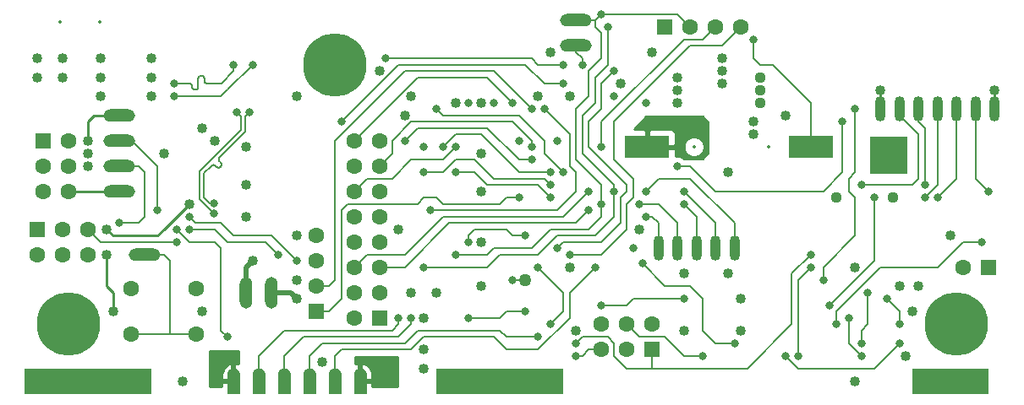
<source format=gbl>
G04 #@! TF.GenerationSoftware,KiCad,Pcbnew,5.0.0-fee4fd1~65~ubuntu17.10.1*
G04 #@! TF.CreationDate,2018-11-08T19:54:44-05:00*
G04 #@! TF.ProjectId,motherboard,6D6F74686572626F6172642E6B696361,rev?*
G04 #@! TF.SameCoordinates,Original*
G04 #@! TF.FileFunction,Copper,L4,Bot,Signal*
G04 #@! TF.FilePolarity,Positive*
%FSLAX46Y46*%
G04 Gerber Fmt 4.6, Leading zero omitted, Abs format (unit mm)*
G04 Created by KiCad (PCBNEW 5.0.0-fee4fd1~65~ubuntu17.10.1) date Thu Nov  8 19:54:44 2018*
%MOMM*%
%LPD*%
G01*
G04 APERTURE LIST*
G04 #@! TA.AperFunction,ComponentPad*
%ADD10R,3.700000X3.700000*%
G04 #@! TD*
G04 #@! TA.AperFunction,SMDPad,CuDef*
%ADD11C,1.270000*%
G04 #@! TD*
G04 #@! TA.AperFunction,Conductor*
%ADD12C,0.350000*%
G04 #@! TD*
G04 #@! TA.AperFunction,ComponentPad*
%ADD13C,1.600000*%
G04 #@! TD*
G04 #@! TA.AperFunction,SMDPad,CuDef*
%ADD14O,3.175000X1.270000*%
G04 #@! TD*
G04 #@! TA.AperFunction,ComponentPad*
%ADD15R,1.600000X1.600000*%
G04 #@! TD*
G04 #@! TA.AperFunction,ComponentPad*
%ADD16C,6.350000*%
G04 #@! TD*
G04 #@! TA.AperFunction,ViaPad*
%ADD17C,1.016000*%
G04 #@! TD*
G04 #@! TA.AperFunction,SMDPad,CuDef*
%ADD18R,7.620000X2.540000*%
G04 #@! TD*
G04 #@! TA.AperFunction,SMDPad,CuDef*
%ADD19R,12.700000X2.540000*%
G04 #@! TD*
G04 #@! TA.AperFunction,SMDPad,CuDef*
%ADD20O,1.016000X2.540000*%
G04 #@! TD*
G04 #@! TA.AperFunction,SMDPad,CuDef*
%ADD21O,1.270000X3.175000*%
G04 #@! TD*
G04 #@! TA.AperFunction,BGAPad,CuDef*
%ADD22C,1.270000*%
G04 #@! TD*
G04 #@! TA.AperFunction,SMDPad,CuDef*
%ADD23R,4.500000X2.300000*%
G04 #@! TD*
G04 #@! TA.AperFunction,ViaPad*
%ADD24C,0.812800*%
G04 #@! TD*
G04 #@! TA.AperFunction,ViaPad*
%ADD25C,1.117600*%
G04 #@! TD*
G04 #@! TA.AperFunction,Conductor*
%ADD26C,0.508000*%
G04 #@! TD*
G04 #@! TA.AperFunction,Conductor*
%ADD27C,0.254000*%
G04 #@! TD*
G04 #@! TA.AperFunction,Conductor*
%ADD28C,0.203200*%
G04 #@! TD*
%ADD29C,0.350000*%
G04 APERTURE END LIST*
D10*
G04 #@! TO.P,U4,29*
G04 #@! TO.N,GND*
X195097400Y-99898200D03*
G04 #@! TD*
D11*
G04 #@! TO.P,J8,6*
G04 #@! TO.N,GND*
X142240000Y-121920000D03*
D12*
G04 #@! TD*
G04 #@! TO.N,GND*
G04 #@! TO.C,J8*
G36*
X141605000Y-121920000D02*
X141605765Y-121920000D01*
X141605765Y-121888842D01*
X141611873Y-121826826D01*
X141624030Y-121765708D01*
X141642120Y-121706075D01*
X141665967Y-121648503D01*
X141695342Y-121593545D01*
X141729963Y-121541731D01*
X141769496Y-121493560D01*
X141813560Y-121449496D01*
X141861731Y-121409963D01*
X141913545Y-121375342D01*
X141968503Y-121345967D01*
X142026075Y-121322120D01*
X142085708Y-121304030D01*
X142146826Y-121291873D01*
X142208842Y-121285765D01*
X142271158Y-121285765D01*
X142333174Y-121291873D01*
X142394292Y-121304030D01*
X142453925Y-121322120D01*
X142511497Y-121345967D01*
X142566455Y-121375342D01*
X142618269Y-121409963D01*
X142666440Y-121449496D01*
X142710504Y-121493560D01*
X142750037Y-121541731D01*
X142784658Y-121593545D01*
X142814033Y-121648503D01*
X142837880Y-121706075D01*
X142855970Y-121765708D01*
X142868127Y-121826826D01*
X142874235Y-121888842D01*
X142874235Y-121920000D01*
X142875000Y-121920000D01*
X142875000Y-123825000D01*
X141605000Y-123825000D01*
X141605000Y-121920000D01*
X141605000Y-121920000D01*
G37*
D11*
G04 #@! TO.P,J8,1*
G04 #@! TO.N,+5V*
X129540000Y-121920000D03*
D12*
G04 #@! TD*
G04 #@! TO.N,+5V*
G04 #@! TO.C,J8*
G36*
X128905000Y-121920000D02*
X128905765Y-121920000D01*
X128905765Y-121888842D01*
X128911873Y-121826826D01*
X128924030Y-121765708D01*
X128942120Y-121706075D01*
X128965967Y-121648503D01*
X128995342Y-121593545D01*
X129029963Y-121541731D01*
X129069496Y-121493560D01*
X129113560Y-121449496D01*
X129161731Y-121409963D01*
X129213545Y-121375342D01*
X129268503Y-121345967D01*
X129326075Y-121322120D01*
X129385708Y-121304030D01*
X129446826Y-121291873D01*
X129508842Y-121285765D01*
X129571158Y-121285765D01*
X129633174Y-121291873D01*
X129694292Y-121304030D01*
X129753925Y-121322120D01*
X129811497Y-121345967D01*
X129866455Y-121375342D01*
X129918269Y-121409963D01*
X129966440Y-121449496D01*
X130010504Y-121493560D01*
X130050037Y-121541731D01*
X130084658Y-121593545D01*
X130114033Y-121648503D01*
X130137880Y-121706075D01*
X130155970Y-121765708D01*
X130168127Y-121826826D01*
X130174235Y-121888842D01*
X130174235Y-121920000D01*
X130175000Y-121920000D01*
X130175000Y-123825000D01*
X128905000Y-123825000D01*
X128905000Y-121920000D01*
X128905000Y-121920000D01*
G37*
D11*
G04 #@! TO.P,J8,2*
G04 #@! TO.N,/SDA*
X132080000Y-121920000D03*
D12*
G04 #@! TD*
G04 #@! TO.N,/SDA*
G04 #@! TO.C,J8*
G36*
X131445000Y-121920000D02*
X131445765Y-121920000D01*
X131445765Y-121888842D01*
X131451873Y-121826826D01*
X131464030Y-121765708D01*
X131482120Y-121706075D01*
X131505967Y-121648503D01*
X131535342Y-121593545D01*
X131569963Y-121541731D01*
X131609496Y-121493560D01*
X131653560Y-121449496D01*
X131701731Y-121409963D01*
X131753545Y-121375342D01*
X131808503Y-121345967D01*
X131866075Y-121322120D01*
X131925708Y-121304030D01*
X131986826Y-121291873D01*
X132048842Y-121285765D01*
X132111158Y-121285765D01*
X132173174Y-121291873D01*
X132234292Y-121304030D01*
X132293925Y-121322120D01*
X132351497Y-121345967D01*
X132406455Y-121375342D01*
X132458269Y-121409963D01*
X132506440Y-121449496D01*
X132550504Y-121493560D01*
X132590037Y-121541731D01*
X132624658Y-121593545D01*
X132654033Y-121648503D01*
X132677880Y-121706075D01*
X132695970Y-121765708D01*
X132708127Y-121826826D01*
X132714235Y-121888842D01*
X132714235Y-121920000D01*
X132715000Y-121920000D01*
X132715000Y-123825000D01*
X131445000Y-123825000D01*
X131445000Y-121920000D01*
X131445000Y-121920000D01*
G37*
D11*
G04 #@! TO.P,J8,3*
G04 #@! TO.N,/SCL*
X134620000Y-121920000D03*
D12*
G04 #@! TD*
G04 #@! TO.N,/SCL*
G04 #@! TO.C,J8*
G36*
X133985000Y-121920000D02*
X133985765Y-121920000D01*
X133985765Y-121888842D01*
X133991873Y-121826826D01*
X134004030Y-121765708D01*
X134022120Y-121706075D01*
X134045967Y-121648503D01*
X134075342Y-121593545D01*
X134109963Y-121541731D01*
X134149496Y-121493560D01*
X134193560Y-121449496D01*
X134241731Y-121409963D01*
X134293545Y-121375342D01*
X134348503Y-121345967D01*
X134406075Y-121322120D01*
X134465708Y-121304030D01*
X134526826Y-121291873D01*
X134588842Y-121285765D01*
X134651158Y-121285765D01*
X134713174Y-121291873D01*
X134774292Y-121304030D01*
X134833925Y-121322120D01*
X134891497Y-121345967D01*
X134946455Y-121375342D01*
X134998269Y-121409963D01*
X135046440Y-121449496D01*
X135090504Y-121493560D01*
X135130037Y-121541731D01*
X135164658Y-121593545D01*
X135194033Y-121648503D01*
X135217880Y-121706075D01*
X135235970Y-121765708D01*
X135248127Y-121826826D01*
X135254235Y-121888842D01*
X135254235Y-121920000D01*
X135255000Y-121920000D01*
X135255000Y-123825000D01*
X133985000Y-123825000D01*
X133985000Y-121920000D01*
X133985000Y-121920000D01*
G37*
D11*
G04 #@! TO.P,J8,4*
G04 #@! TO.N,/OLRST*
X137160000Y-121920000D03*
D12*
G04 #@! TD*
G04 #@! TO.N,/OLRST*
G04 #@! TO.C,J8*
G36*
X136525000Y-121920000D02*
X136525765Y-121920000D01*
X136525765Y-121888842D01*
X136531873Y-121826826D01*
X136544030Y-121765708D01*
X136562120Y-121706075D01*
X136585967Y-121648503D01*
X136615342Y-121593545D01*
X136649963Y-121541731D01*
X136689496Y-121493560D01*
X136733560Y-121449496D01*
X136781731Y-121409963D01*
X136833545Y-121375342D01*
X136888503Y-121345967D01*
X136946075Y-121322120D01*
X137005708Y-121304030D01*
X137066826Y-121291873D01*
X137128842Y-121285765D01*
X137191158Y-121285765D01*
X137253174Y-121291873D01*
X137314292Y-121304030D01*
X137373925Y-121322120D01*
X137431497Y-121345967D01*
X137486455Y-121375342D01*
X137538269Y-121409963D01*
X137586440Y-121449496D01*
X137630504Y-121493560D01*
X137670037Y-121541731D01*
X137704658Y-121593545D01*
X137734033Y-121648503D01*
X137757880Y-121706075D01*
X137775970Y-121765708D01*
X137788127Y-121826826D01*
X137794235Y-121888842D01*
X137794235Y-121920000D01*
X137795000Y-121920000D01*
X137795000Y-123825000D01*
X136525000Y-123825000D01*
X136525000Y-121920000D01*
X136525000Y-121920000D01*
G37*
D11*
G04 #@! TO.P,J8,5*
G04 #@! TO.N,/ALS_INT*
X139700000Y-121920000D03*
D12*
G04 #@! TD*
G04 #@! TO.N,/ALS_INT*
G04 #@! TO.C,J8*
G36*
X139065000Y-121920000D02*
X139065765Y-121920000D01*
X139065765Y-121888842D01*
X139071873Y-121826826D01*
X139084030Y-121765708D01*
X139102120Y-121706075D01*
X139125967Y-121648503D01*
X139155342Y-121593545D01*
X139189963Y-121541731D01*
X139229496Y-121493560D01*
X139273560Y-121449496D01*
X139321731Y-121409963D01*
X139373545Y-121375342D01*
X139428503Y-121345967D01*
X139486075Y-121322120D01*
X139545708Y-121304030D01*
X139606826Y-121291873D01*
X139668842Y-121285765D01*
X139731158Y-121285765D01*
X139793174Y-121291873D01*
X139854292Y-121304030D01*
X139913925Y-121322120D01*
X139971497Y-121345967D01*
X140026455Y-121375342D01*
X140078269Y-121409963D01*
X140126440Y-121449496D01*
X140170504Y-121493560D01*
X140210037Y-121541731D01*
X140244658Y-121593545D01*
X140274033Y-121648503D01*
X140297880Y-121706075D01*
X140315970Y-121765708D01*
X140328127Y-121826826D01*
X140334235Y-121888842D01*
X140334235Y-121920000D01*
X140335000Y-121920000D01*
X140335000Y-123825000D01*
X139065000Y-123825000D01*
X139065000Y-121920000D01*
X139065000Y-121920000D01*
G37*
D13*
G04 #@! TO.P,SW1,2*
G04 #@! TO.N,GND*
X125805000Y-113320000D03*
X119305000Y-113320000D03*
G04 #@! TO.P,SW1,1*
G04 #@! TO.N,Net-(C13-Pad1)*
X119305000Y-117820000D03*
X125805000Y-117820000D03*
G04 #@! TD*
D14*
G04 #@! TO.P,J11,1*
G04 #@! TO.N,Net-(C13-Pad1)*
X120650000Y-109855000D03*
G04 #@! TD*
D13*
G04 #@! TO.P,J12,2*
G04 #@! TO.N,GND*
X202565000Y-111125000D03*
D15*
G04 #@! TO.P,J12,1*
X205105000Y-111125000D03*
G04 #@! TD*
D16*
G04 #@! TO.P,H2,P*
G04 #@! TO.N,GND*
X201930000Y-116840000D03*
D17*
G04 #@! TD*
G04 #@! TO.N,GND*
G04 #@! TO.C,H2*
X201930000Y-114554000D03*
G04 #@! TO.N,GND*
G04 #@! TO.C,H2*
X199950266Y-115697000D03*
X199950266Y-117983000D03*
X201930000Y-119126000D03*
X203909734Y-117983000D03*
X203909734Y-115697000D03*
G04 #@! TD*
D16*
G04 #@! TO.P,H3,P*
G04 #@! TO.N,GND*
X139700000Y-90805000D03*
D17*
G04 #@! TD*
G04 #@! TO.N,GND*
G04 #@! TO.C,H3*
X139700000Y-88519000D03*
G04 #@! TO.N,GND*
G04 #@! TO.C,H3*
X137720266Y-89662000D03*
X137720266Y-91948000D03*
X139700000Y-93091000D03*
X141679734Y-91948000D03*
X141679734Y-89662000D03*
G04 #@! TD*
D16*
G04 #@! TO.P,H1,P*
G04 #@! TO.N,GND*
X113030000Y-116840000D03*
D17*
G04 #@! TD*
G04 #@! TO.N,GND*
G04 #@! TO.C,H1*
X113030000Y-114554000D03*
G04 #@! TO.N,GND*
G04 #@! TO.C,H1*
X111050266Y-115697000D03*
X111050266Y-117983000D03*
X113030000Y-119126000D03*
X115009734Y-117983000D03*
X115009734Y-115697000D03*
G04 #@! TD*
D18*
G04 #@! TO.P,H6,1*
G04 #@! TO.N,Net-(H6-Pad1)*
X201295000Y-122555000D03*
G04 #@! TD*
D19*
G04 #@! TO.P,H5,1*
G04 #@! TO.N,Net-(H5-Pad1)*
X156210000Y-122555000D03*
G04 #@! TD*
G04 #@! TO.P,H4,1*
G04 #@! TO.N,Net-(H4-Pad1)*
X114935000Y-122555000D03*
G04 #@! TD*
D20*
G04 #@! TO.P,J14,4*
G04 #@! TO.N,/P45*
X173990000Y-109220000D03*
G04 #@! TO.P,J14,5*
G04 #@! TO.N,/P46*
X172085000Y-109220000D03*
G04 #@! TO.P,J14,3*
G04 #@! TO.N,/P44*
X175895000Y-109220000D03*
G04 #@! TO.P,J14,2*
G04 #@! TO.N,/P43*
X177800000Y-109220000D03*
G04 #@! TO.P,J14,1*
G04 #@! TO.N,/P42*
X179705000Y-109220000D03*
G04 #@! TD*
D15*
G04 #@! TO.P,J10,1*
G04 #@! TO.N,/VIN*
X110490000Y-98425000D03*
D13*
G04 #@! TO.P,J10,2*
G04 #@! TO.N,+5V*
X113030000Y-98425000D03*
G04 #@! TO.P,J10,3*
G04 #@! TO.N,/VIN*
X110490000Y-100965000D03*
G04 #@! TO.P,J10,4*
G04 #@! TO.N,+5V*
X113030000Y-100965000D03*
G04 #@! TO.P,J10,5*
G04 #@! TO.N,GND*
X110490000Y-103505000D03*
G04 #@! TO.P,J10,6*
X113030000Y-103505000D03*
G04 #@! TD*
G04 #@! TO.P,J7,6*
G04 #@! TO.N,GND*
X166370000Y-116840000D03*
G04 #@! TO.P,J7,5*
G04 #@! TO.N,/RESET*
X166370000Y-119380000D03*
G04 #@! TO.P,J7,4*
G04 #@! TO.N,/MOSI*
X168910000Y-116840000D03*
G04 #@! TO.P,J7,3*
G04 #@! TO.N,/SCK*
X168910000Y-119380000D03*
G04 #@! TO.P,J7,2*
G04 #@! TO.N,+5V*
X171450000Y-116840000D03*
D15*
G04 #@! TO.P,J7,1*
G04 #@! TO.N,/MISO*
X171450000Y-119380000D03*
G04 #@! TD*
D13*
G04 #@! TO.P,J3,4*
G04 #@! TO.N,/KCHG*
X180340000Y-86995000D03*
G04 #@! TO.P,J3,3*
G04 #@! TO.N,/A_SHDN*
X177800000Y-86995000D03*
G04 #@! TO.P,J3,2*
G04 #@! TO.N,/SCL*
X175260000Y-86995000D03*
D15*
G04 #@! TO.P,J3,1*
G04 #@! TO.N,/SDA*
X172720000Y-86995000D03*
G04 #@! TD*
D13*
G04 #@! TO.P,J4,6*
G04 #@! TO.N,GND*
X114935000Y-109855000D03*
G04 #@! TO.P,J4,5*
G04 #@! TO.N,/USB Serial/RESET-USB*
X114935000Y-107315000D03*
G04 #@! TO.P,J4,4*
G04 #@! TO.N,/USB Serial/MOSI-USB*
X112395000Y-109855000D03*
G04 #@! TO.P,J4,3*
G04 #@! TO.N,/USB Serial/SCK-USB*
X112395000Y-107315000D03*
G04 #@! TO.P,J4,2*
G04 #@! TO.N,+5V*
X109855000Y-109855000D03*
D15*
G04 #@! TO.P,J4,1*
G04 #@! TO.N,/USB Serial/MISO-USB*
X109855000Y-107315000D03*
G04 #@! TD*
D13*
G04 #@! TO.P,J9,16*
G04 #@! TO.N,/ALRM_SW*
X141605000Y-98425000D03*
G04 #@! TO.P,J9,15*
G04 #@! TO.N,DVDD*
X144145000Y-98425000D03*
G04 #@! TO.P,J9,14*
G04 #@! TO.N,/Peripherals/XDCS_3V3*
X141605000Y-100965000D03*
G04 #@! TO.P,J9,13*
G04 #@! TO.N,/MISO*
X144145000Y-100965000D03*
G04 #@! TO.P,J9,12*
G04 #@! TO.N,/Peripherals/CSCK_3V3*
X141605000Y-103505000D03*
G04 #@! TO.P,J9,11*
G04 #@! TO.N,/Peripherals/CMOSI_3V3*
X144145000Y-103505000D03*
G04 #@! TO.P,J9,10*
G04 #@! TO.N,/DREQ*
X141605000Y-106045000D03*
G04 #@! TO.P,J9,9*
G04 #@! TO.N,/Peripherals/CRST_3V3*
X144145000Y-106045000D03*
G04 #@! TO.P,J9,8*
G04 #@! TO.N,/PIX_SHDN*
X141605000Y-108585000D03*
G04 #@! TO.P,J9,7*
G04 #@! TO.N,/Peripherals/CCS_3V3*
X144145000Y-108585000D03*
G04 #@! TO.P,J9,6*
G04 #@! TO.N,/PIX_LAMP*
X141605000Y-111125000D03*
G04 #@! TO.P,J9,5*
G04 #@! TO.N,/PIX_CLK*
X144145000Y-111125000D03*
G04 #@! TO.P,J9,4*
G04 #@! TO.N,GND*
X141605000Y-113665000D03*
G04 #@! TO.P,J9,3*
X144145000Y-113665000D03*
G04 #@! TO.P,J9,2*
G04 #@! TO.N,+5V*
X141605000Y-116205000D03*
D15*
G04 #@! TO.P,J9,1*
X144145000Y-116205000D03*
G04 #@! TD*
D14*
G04 #@! TO.P,J16,1*
G04 #@! TO.N,/SDA*
X163830000Y-88900000D03*
G04 #@! TO.P,J16,2*
G04 #@! TO.N,/SCL*
X163830000Y-86360000D03*
G04 #@! TD*
D21*
G04 #@! TO.P,J15,1*
G04 #@! TO.N,+5V*
X133350000Y-113665000D03*
G04 #@! TO.P,J15,2*
G04 #@! TO.N,GND*
X130810000Y-113665000D03*
G04 #@! TD*
D22*
G04 #@! TO.P,TP1,1*
G04 #@! TO.N,Net-(C24-Pad1)*
X158750000Y-112395000D03*
G04 #@! TD*
D15*
G04 #@! TO.P,J6,1*
G04 #@! TO.N,/LOW_BATT*
X137795000Y-115570000D03*
D13*
G04 #@! TO.P,J6,2*
G04 #@! TO.N,/ON_BATT*
X137795000Y-113030000D03*
G04 #@! TO.P,J6,3*
G04 #@! TO.N,/SDA*
X137795000Y-110490000D03*
G04 #@! TO.P,J6,4*
G04 #@! TO.N,/SCL*
X137795000Y-107950000D03*
G04 #@! TD*
D23*
G04 #@! TO.P,B1,P*
G04 #@! TO.N,Net-(B1-PadP)*
X187335000Y-99060000D03*
G04 #@! TO.P,B1,N*
G04 #@! TO.N,GND*
X170935000Y-99060000D03*
G04 #@! TD*
D20*
G04 #@! TO.P,J17,1*
G04 #@! TO.N,+3V3*
X194310000Y-95250000D03*
G04 #@! TO.P,J17,2*
G04 #@! TO.N,/Peripherals/GPIO_1*
X196215000Y-95250000D03*
G04 #@! TO.P,J17,3*
G04 #@! TO.N,/Peripherals/GPIO_3*
X198120000Y-95250000D03*
G04 #@! TO.P,J17,7*
G04 #@! TO.N,GND*
X205740000Y-95250000D03*
G04 #@! TO.P,J17,6*
G04 #@! TO.N,/Peripherals/LED_ERR*
X203835000Y-95250000D03*
G04 #@! TO.P,J17,4*
G04 #@! TO.N,/Peripherals/LED_WIFI*
X200025000Y-95250000D03*
G04 #@! TO.P,J17,5*
G04 #@! TO.N,/Peripherals/LED_NET*
X201930000Y-95250000D03*
G04 #@! TD*
D14*
G04 #@! TO.P,J13,1*
G04 #@! TO.N,+5V*
X118110000Y-95885000D03*
G04 #@! TO.P,J13,2*
G04 #@! TO.N,/USB Serial/LED_TX*
X118110000Y-98425000D03*
G04 #@! TO.P,J13,3*
G04 #@! TO.N,/USB Serial/LED_RX*
X118110000Y-100965000D03*
G04 #@! TO.P,J13,4*
G04 #@! TO.N,GND*
X118110000Y-103505000D03*
G04 #@! TD*
D17*
G04 #@! TO.N,GND*
X205740000Y-93345000D03*
X180340000Y-114300000D03*
X180340000Y-117475000D03*
X184785000Y-95885000D03*
X198120000Y-113030000D03*
X191770000Y-111125000D03*
X116205000Y-92075000D03*
X116205000Y-93980000D03*
X154305000Y-94615000D03*
X146685000Y-95885000D03*
X201295000Y-107950000D03*
X163830000Y-117475000D03*
X144145000Y-122555000D03*
X145415000Y-122555000D03*
X154305000Y-108585000D03*
X154305000Y-103505000D03*
X191770000Y-122555000D03*
X197485000Y-115570000D03*
X144145000Y-91440000D03*
X148590000Y-116205000D03*
X174625000Y-97790000D03*
X181610000Y-97790000D03*
X196215000Y-113030000D03*
X178435000Y-90170000D03*
X171450000Y-89535000D03*
X178435000Y-91440000D03*
X178435000Y-92710000D03*
X174625000Y-96520000D03*
X181610000Y-96520000D03*
X163195000Y-93980000D03*
X160020000Y-93980000D03*
X148590000Y-121285000D03*
X135890000Y-107950000D03*
X174625000Y-111760000D03*
X130810000Y-99060000D03*
X130810000Y-102870000D03*
X130810000Y-106045000D03*
X179070000Y-111760000D03*
X179070000Y-101600000D03*
X124460000Y-122555000D03*
X121285000Y-90170000D03*
X121285000Y-92075000D03*
X121285000Y-93980000D03*
X116205000Y-90170000D03*
X131445000Y-110490000D03*
X127635000Y-98425000D03*
D24*
G04 #@! TO.N,/MISO*
X187325000Y-109855000D03*
X155575000Y-94615000D03*
X163830000Y-118745000D03*
X161290000Y-116840000D03*
X160020000Y-111125000D03*
X159385000Y-99060000D03*
D17*
G04 #@! TO.N,+5V*
X173990000Y-93345000D03*
X173990000Y-94615000D03*
X174625000Y-117475000D03*
X163195000Y-111125000D03*
X147320000Y-113665000D03*
X170180000Y-107315000D03*
X173990000Y-92075000D03*
X149860000Y-113665000D03*
X154305000Y-99695000D03*
X138430000Y-120650000D03*
X154305000Y-113030000D03*
X161290000Y-89535000D03*
X168275000Y-92710000D03*
X148590000Y-119380000D03*
X126365000Y-115570000D03*
X128270000Y-120015000D03*
X128270000Y-121285000D03*
X135890000Y-112395000D03*
X135890000Y-114300000D03*
X114935000Y-99695000D03*
X114935000Y-98425000D03*
X114935000Y-100965000D03*
X122555000Y-99695000D03*
D24*
G04 #@! TO.N,/SCK*
X150495000Y-99060000D03*
X161290000Y-101600000D03*
G04 #@! TO.N,/MOSI*
X184785000Y-120015000D03*
X196215000Y-118745000D03*
X176530000Y-120015000D03*
X149860000Y-95250000D03*
X162560000Y-101600000D03*
G04 #@! TO.N,/RESET*
X169545000Y-109220000D03*
X163830000Y-120015000D03*
D17*
G04 #@! TO.N,/VIN*
X112395000Y-90170000D03*
X112395000Y-92075000D03*
X109855000Y-90170000D03*
X109855000Y-92075000D03*
D24*
G04 #@! TO.N,/USB Serial/RESET-USB*
X123825000Y-108585000D03*
G04 #@! TO.N,/USB Serial/D-*
X127584200Y-104736900D03*
X131127500Y-95567500D03*
G04 #@! TO.N,/USB Serial/D+*
X127584200Y-105752900D03*
X129857500Y-95567500D03*
G04 #@! TO.N,/USB Serial/D_IN+*
X123564156Y-92696202D03*
X129540000Y-90805000D03*
G04 #@! TO.N,/USB Serial/D_IN-*
X123564156Y-93966202D03*
X131445000Y-90805000D03*
G04 #@! TO.N,/DREQ*
X140335000Y-96520000D03*
X170815000Y-94615000D03*
X162560000Y-92710000D03*
G04 #@! TO.N,/A_SHDN*
X166370000Y-99060000D03*
D25*
G04 #@! TO.N,+3V3*
X195580000Y-104140000D03*
X182245000Y-94615000D03*
X182245000Y-92075000D03*
X182245000Y-93345000D03*
D17*
X196850000Y-120015000D03*
X194310000Y-93345000D03*
D25*
X189865000Y-104140000D03*
D24*
G04 #@! TO.N,Net-(B1-PadP)*
X181610000Y-88265000D03*
G04 #@! TO.N,/RTC_INT*
X167640000Y-91440000D03*
X161925000Y-109220000D03*
G04 #@! TO.N,/Peripherals/WRST_3V3*
X189865000Y-116840000D03*
X204470000Y-108585000D03*
G04 #@! TO.N,/Peripherals/WEN_3V3*
X193675000Y-104140000D03*
X189230000Y-114935000D03*
G04 #@! TO.N,/Peripherals/WWAKE_3V3*
X188595000Y-112395000D03*
X194945000Y-114300000D03*
X196215000Y-116840000D03*
X191770000Y-95250000D03*
G04 #@! TO.N,/Peripherals/WMOSI_3V3*
X191135000Y-116205000D03*
X192405000Y-120015000D03*
G04 #@! TO.N,/Peripherals/WCS_3V3*
X187325000Y-111125000D03*
X186055000Y-120015000D03*
G04 #@! TO.N,/Peripherals/WSCK_3V3*
X193040000Y-113665000D03*
X192405000Y-118745000D03*
G04 #@! TO.N,/WCS*
X170465000Y-110775000D03*
X179705000Y-118745000D03*
G04 #@! TO.N,/WIRQ*
X190500000Y-96520000D03*
X173990000Y-100965000D03*
G04 #@! TO.N,/Peripherals/CMOSI_3V3*
X148590000Y-99060000D03*
G04 #@! TO.N,/Peripherals/CSCK_3V3*
X151765000Y-99060000D03*
X153035000Y-94615000D03*
G04 #@! TO.N,/SDCS*
X146685000Y-98425000D03*
X153035000Y-108585000D03*
X159385000Y-100330000D03*
X158750000Y-107950000D03*
D17*
G04 #@! TO.N,DVDD*
X146050000Y-107315000D03*
X151765000Y-94615000D03*
X147320000Y-93980000D03*
D24*
G04 #@! TO.N,/PIX_SHDN*
X161925000Y-98425000D03*
G04 #@! TO.N,/PIX_LAMP*
X165100000Y-103505000D03*
G04 #@! TO.N,/PIX_CLK*
X165100000Y-105410000D03*
G04 #@! TO.N,/KCHG*
X163195000Y-109855000D03*
G04 #@! TO.N,/SCL*
X166370000Y-85725000D03*
X151765000Y-109855000D03*
X147320000Y-116205000D03*
X166370000Y-104775000D03*
G04 #@! TO.N,/SDA*
X167005000Y-86995000D03*
X148590000Y-111125000D03*
X146050000Y-116205000D03*
X164465000Y-90805000D03*
X167640000Y-103505000D03*
G04 #@! TO.N,/CCS*
X151765000Y-101600000D03*
X161290000Y-104140000D03*
G04 #@! TO.N,/XDCS*
X149225000Y-105410000D03*
X160655000Y-95250000D03*
G04 #@! TO.N,/CRST*
X166370000Y-114935000D03*
X148590000Y-101600000D03*
X174625000Y-114300000D03*
X161290000Y-102870000D03*
G04 #@! TO.N,/ALS_INT*
X165735000Y-111125000D03*
G04 #@! TO.N,/OLRST*
X160020000Y-118110000D03*
G04 #@! TO.N,/ALRM_SW*
X157480000Y-94615000D03*
G04 #@! TO.N,Net-(C24-Pad1)*
X153035000Y-116205000D03*
X158750000Y-115570000D03*
X157480000Y-112395000D03*
G04 #@! TO.N,/LOW_BATT*
X158115000Y-104140000D03*
G04 #@! TO.N,/ON_BATT*
X159385000Y-95250000D03*
X158115000Y-98425000D03*
G04 #@! TO.N,/SD_DET*
X144780000Y-90170000D03*
X167640000Y-93980000D03*
X162560000Y-90805000D03*
G04 #@! TO.N,/P42*
X170815000Y-103505000D03*
G04 #@! TO.N,/P43*
X174625000Y-103505000D03*
G04 #@! TO.N,/P44*
X174625000Y-104775000D03*
G04 #@! TO.N,/P46*
X170815000Y-106045000D03*
G04 #@! TO.N,/P45*
X170180000Y-104775000D03*
G04 #@! TO.N,/Peripherals/LED_NET*
X200025000Y-104140000D03*
G04 #@! TO.N,/Peripherals/GPIO_1*
X192405000Y-102870000D03*
G04 #@! TO.N,/Peripherals/GPIO_3*
X198755000Y-102870000D03*
G04 #@! TO.N,/Peripherals/LED_WIFI*
X198755000Y-104140000D03*
G04 #@! TO.N,/Peripherals/LED_ERR*
X205105000Y-103505000D03*
G04 #@! TO.N,/USB Serial/LED_TX*
X121920000Y-105410000D03*
G04 #@! TO.N,/USB Serial/LED_RX*
X118110000Y-106680000D03*
G04 #@! TO.N,/USB Serial/RESET*
X123825000Y-107315000D03*
X128905000Y-118110000D03*
D17*
G04 #@! TO.N,/USB Serial/UVCC*
X116840000Y-107315000D03*
X116840000Y-109855000D03*
X117475000Y-115570000D03*
X135890000Y-93980000D03*
X126365000Y-97155000D03*
X125095000Y-104775000D03*
D24*
G04 #@! TO.N,/USB Serial/UTXD*
X125095000Y-107315000D03*
X133985000Y-109855000D03*
G04 #@! TO.N,/USB Serial/URXD*
X135890000Y-110490000D03*
X125095000Y-106045000D03*
G04 #@! TD*
D26*
G04 #@! TO.N,GND*
X142240000Y-121920000D02*
X142240000Y-120650000D01*
X143510000Y-122555000D02*
X142240000Y-122555000D01*
X130810000Y-111125000D02*
X130810000Y-113665000D01*
X131445000Y-110490000D02*
X130810000Y-111125000D01*
D27*
X205740000Y-95250000D02*
X205740000Y-93345000D01*
X114935000Y-103505000D02*
X113030000Y-103505000D01*
X114935000Y-103505000D02*
X118110000Y-103505000D01*
D28*
G04 #@! TO.N,/MISO*
X171450000Y-121285000D02*
X171450000Y-119380000D01*
X168910000Y-121285000D02*
X171450000Y-121285000D01*
X167640000Y-120015000D02*
X168910000Y-121285000D01*
X167640000Y-118745000D02*
X167640000Y-120015000D01*
X167005000Y-118110000D02*
X167640000Y-118745000D01*
X163830000Y-118745000D02*
X164465000Y-118110000D01*
X164465000Y-118110000D02*
X167005000Y-118110000D01*
X185420000Y-111760000D02*
X187325000Y-109855000D01*
X171450000Y-121285000D02*
X180975000Y-121285000D01*
X185420000Y-116840000D02*
X185420000Y-111760000D01*
X180975000Y-121285000D02*
X185420000Y-116840000D01*
X162560000Y-113665000D02*
X162560000Y-115570000D01*
X160020000Y-111125000D02*
X162560000Y-113665000D01*
X162560000Y-115570000D02*
X161290000Y-116840000D01*
X145415000Y-99695000D02*
X144145000Y-100965000D01*
X145415000Y-98425000D02*
X145415000Y-99695000D01*
X147320000Y-96520000D02*
X145415000Y-98425000D01*
X157480000Y-96520000D02*
X147320000Y-96520000D01*
X159385000Y-99060000D02*
X159385000Y-98425000D01*
X159385000Y-98425000D02*
X157480000Y-96520000D01*
D26*
G04 #@! TO.N,+5V*
X127635000Y-122555000D02*
X129540000Y-122555000D01*
X129540000Y-121920000D02*
X129540000Y-120650000D01*
X133350000Y-113665000D02*
X135255000Y-113665000D01*
X135255000Y-113665000D02*
X135890000Y-114300000D01*
D27*
X115570000Y-95885000D02*
X118110000Y-95885000D01*
X114935000Y-98425000D02*
X114935000Y-96520000D01*
X114935000Y-96520000D02*
X115570000Y-95885000D01*
D28*
G04 #@! TO.N,/SCK*
X154305000Y-97790000D02*
X151765000Y-97790000D01*
X161290000Y-101600000D02*
X158115000Y-101600000D01*
X151765000Y-97790000D02*
X150495000Y-99060000D01*
X158115000Y-101600000D02*
X154305000Y-97790000D01*
G04 #@! TO.N,/MOSI*
X186055000Y-121285000D02*
X184785000Y-120015000D01*
X196215000Y-118745000D02*
X193675000Y-121285000D01*
X193675000Y-121285000D02*
X186055000Y-121285000D01*
X170180000Y-118110000D02*
X168910000Y-116840000D01*
X172720000Y-118110000D02*
X170180000Y-118110000D01*
X174625000Y-120015000D02*
X172720000Y-118110000D01*
X176530000Y-120015000D02*
X174625000Y-120015000D01*
X150495000Y-95885000D02*
X149860000Y-95250000D01*
X158115000Y-95885000D02*
X150495000Y-95885000D01*
X162560000Y-101600000D02*
X160655000Y-99695000D01*
X160655000Y-98425000D02*
X158115000Y-95885000D01*
X160655000Y-99695000D02*
X160655000Y-98425000D01*
G04 #@! TO.N,/RESET*
X165100000Y-119380000D02*
X166370000Y-119380000D01*
X163830000Y-120015000D02*
X164465000Y-120015000D01*
X164465000Y-120015000D02*
X165100000Y-119380000D01*
G04 #@! TO.N,/USB Serial/RESET-USB*
X114935000Y-107315000D02*
X115570000Y-107315000D01*
X116205000Y-108585000D02*
X114935000Y-107315000D01*
X123825000Y-108585000D02*
X116205000Y-108585000D01*
G04 #@! TO.N,/USB Serial/MISO-USB*
X109855000Y-106680000D02*
X109855000Y-107950000D01*
X109855000Y-107315000D02*
X109855000Y-106680000D01*
G04 #@! TO.N,/USB Serial/D-*
X130695700Y-95999300D02*
X131127500Y-95567500D01*
X130695700Y-97556670D02*
X130695700Y-95999300D01*
X127976718Y-101137523D02*
X128043896Y-101137523D01*
X128293471Y-100740325D02*
X128264324Y-100679799D01*
X127911223Y-101122574D02*
X127976718Y-101137523D01*
X127798175Y-101051541D02*
X127850697Y-101093426D01*
X127598585Y-100893967D02*
X127659111Y-100923114D01*
X127533091Y-100879018D02*
X127598585Y-100893967D01*
X127850697Y-101093426D02*
X127911223Y-101122574D01*
X127465912Y-100879018D02*
X127533091Y-100879018D01*
X128308420Y-100805819D02*
X128293471Y-100740325D01*
X128064864Y-100427686D02*
X128049915Y-100362191D01*
X127400418Y-100893967D02*
X127465912Y-100879018D01*
X128043896Y-101137523D02*
X128109391Y-101122574D01*
X127584200Y-104736900D02*
X127142937Y-104736900D01*
X127287370Y-100965000D02*
X127339892Y-100923114D01*
X127659111Y-100923114D02*
X127711634Y-100965000D01*
X128264324Y-100999018D02*
X128293471Y-100938492D01*
X126568200Y-104162163D02*
X126568200Y-101684170D01*
X128264324Y-100679799D02*
X128222439Y-100627276D01*
X127711634Y-100965000D02*
X127798175Y-101051541D01*
X126568200Y-101684170D02*
X127287370Y-100965000D01*
X127339892Y-100923114D02*
X127400418Y-100893967D01*
X127142937Y-104736900D02*
X126568200Y-104162163D01*
X128109391Y-101122574D02*
X128169917Y-101093426D01*
X128222439Y-101051541D02*
X128264324Y-100999018D01*
X128293471Y-100938492D02*
X128308420Y-100872998D01*
X128308420Y-100872998D02*
X128308420Y-100805819D01*
X128135898Y-100116471D02*
X128241963Y-100010407D01*
X128222439Y-100627276D02*
X128135897Y-100540734D01*
X128135897Y-100540734D02*
X128094012Y-100488212D01*
X128169917Y-101093426D02*
X128222439Y-101051541D01*
X128049915Y-100362191D02*
X128049915Y-100295013D01*
X128094012Y-100488212D02*
X128064864Y-100427686D01*
X128049915Y-100295013D02*
X128064864Y-100229518D01*
X128094012Y-100168992D02*
X128135898Y-100116471D01*
X128241963Y-100010407D02*
X130695700Y-97556670D01*
X128064864Y-100229518D02*
X128094012Y-100168992D01*
G04 #@! TO.N,/USB Serial/D+*
X126161800Y-104330500D02*
X126161800Y-101515830D01*
X127584200Y-105752900D02*
X126161800Y-104330500D01*
X130289300Y-97388330D02*
X126161800Y-101515830D01*
X130289300Y-95999300D02*
X130289300Y-97388330D01*
X129857500Y-95567500D02*
X130289300Y-95999300D01*
G04 #@! TO.N,/USB Serial/D_IN+*
X129540000Y-91440000D02*
X129540000Y-90805000D01*
X126895000Y-92696202D02*
X128283798Y-92696202D01*
X126828243Y-92688681D02*
X126895000Y-92696202D01*
X126660450Y-92583249D02*
X126707953Y-92630752D01*
X126624709Y-92526368D02*
X126660450Y-92583249D01*
X126602521Y-92462959D02*
X126624709Y-92526368D01*
X126595000Y-92396202D02*
X126602521Y-92462959D01*
X126595000Y-92211801D02*
X126595000Y-92396202D01*
X128283798Y-92696202D02*
X129540000Y-91440000D01*
X126565290Y-92081636D02*
X126587478Y-92145045D01*
X125995000Y-93030603D02*
X125995000Y-92211801D01*
X125424709Y-93160768D02*
X125460450Y-93217649D01*
X125564834Y-93300893D02*
X125628243Y-93323081D01*
X125507953Y-93265152D02*
X125564834Y-93300893D01*
X125387478Y-92929445D02*
X125395000Y-92996202D01*
X126707953Y-92630752D02*
X126764834Y-92666493D01*
X125825165Y-93300893D02*
X125882046Y-93265152D01*
X125395000Y-93030603D02*
X125402521Y-93097359D01*
X126295000Y-91911801D02*
X126361756Y-91919323D01*
X125329549Y-92809155D02*
X125365290Y-92866036D01*
X125095000Y-92696202D02*
X125161756Y-92703723D01*
X125628243Y-93323081D02*
X125695000Y-93330603D01*
X125282046Y-92761652D02*
X125329549Y-92809155D01*
X126529549Y-92024755D02*
X126565290Y-92081636D01*
X125365290Y-92866036D02*
X125387478Y-92929445D01*
X125395000Y-92996202D02*
X125395000Y-93030603D01*
X125761756Y-93323081D02*
X125825165Y-93300893D01*
X126107953Y-91977252D02*
X126164834Y-91941511D01*
X125402521Y-93097359D02*
X125424709Y-93160768D01*
X126002521Y-92145045D02*
X126024709Y-92081636D01*
X126024709Y-92081636D02*
X126060450Y-92024755D01*
X126361756Y-91919323D02*
X126425165Y-91941511D01*
X125161756Y-92703723D02*
X125225165Y-92725911D01*
X126764834Y-92666493D02*
X126828243Y-92688681D01*
X125695000Y-93330603D02*
X125761756Y-93323081D01*
X125460450Y-93217649D02*
X125507953Y-93265152D01*
X126425165Y-91941511D02*
X126482046Y-91977252D01*
X125882046Y-93265152D02*
X125929549Y-93217649D01*
X126482046Y-91977252D02*
X126529549Y-92024755D01*
X125965290Y-93160768D02*
X125987478Y-93097359D01*
X123564156Y-92696202D02*
X125095000Y-92696202D01*
X125995000Y-92211801D02*
X126002521Y-92145045D01*
X125987478Y-93097359D02*
X125995000Y-93030603D01*
X126060450Y-92024755D02*
X126107953Y-91977252D01*
X126587478Y-92145045D02*
X126595000Y-92211801D01*
X125929549Y-93217649D02*
X125965290Y-93160768D01*
X126164834Y-91941511D02*
X126228243Y-91919323D01*
X125225165Y-92725911D02*
X125282046Y-92761652D01*
X126228243Y-91919323D02*
X126295000Y-91911801D01*
G04 #@! TO.N,/USB Serial/D_IN-*
X128918798Y-93331202D02*
X131445000Y-90805000D01*
X128270000Y-93966202D02*
X128905000Y-93331202D01*
X123564156Y-93966202D02*
X128270000Y-93966202D01*
X128905000Y-93331202D02*
X128918798Y-93331202D01*
G04 #@! TO.N,Net-(C13-Pad1)*
X123190000Y-117820000D02*
X125805000Y-117820000D01*
X119305000Y-117820000D02*
X123190000Y-117820000D01*
X123190000Y-117820000D02*
X123190000Y-110490000D01*
X122555000Y-109855000D02*
X123190000Y-110490000D01*
X120650000Y-109855000D02*
X122555000Y-109855000D01*
G04 #@! TO.N,/DREQ*
X162560000Y-92710000D02*
X160655000Y-92710000D01*
X160655000Y-92710000D02*
X158750000Y-90805000D01*
X146050000Y-90805000D02*
X140335000Y-96520000D01*
X158750000Y-90805000D02*
X146050000Y-90805000D01*
G04 #@! TO.N,/A_SHDN*
X176530000Y-88265000D02*
X177800000Y-86995000D01*
X174625000Y-88265000D02*
X176530000Y-88265000D01*
X166370000Y-99060000D02*
X166370000Y-96520000D01*
X166370000Y-96520000D02*
X174625000Y-88265000D01*
D27*
G04 #@! TO.N,+3V3*
X194310000Y-95250000D02*
X194310000Y-93345000D01*
D28*
G04 #@! TO.N,Net-(B1-PadP)*
X181610000Y-88265000D02*
X181610000Y-90170000D01*
X187335000Y-99060000D02*
X187335000Y-94625000D01*
X187335000Y-94625000D02*
X183515000Y-90805000D01*
X183515000Y-90805000D02*
X182245000Y-90805000D01*
X182245000Y-90805000D02*
X181610000Y-90170000D01*
G04 #@! TO.N,/RTC_INT*
X166370000Y-92710000D02*
X167640000Y-91440000D01*
X165100000Y-99060000D02*
X165100000Y-96520000D01*
X168910000Y-102870000D02*
X165100000Y-99060000D01*
X162560000Y-108585000D02*
X166370000Y-108585000D01*
X161925000Y-109220000D02*
X162560000Y-108585000D01*
X165100000Y-96520000D02*
X166370000Y-95250000D01*
X166370000Y-108585000D02*
X168275000Y-106680000D01*
X166370000Y-95250000D02*
X166370000Y-92710000D01*
X168275000Y-104140000D02*
X168910000Y-103505000D01*
X168910000Y-103505000D02*
X168910000Y-102870000D01*
X168275000Y-106680000D02*
X168275000Y-104140000D01*
G04 #@! TO.N,/Peripherals/WRST_3V3*
X204470000Y-108585000D02*
X202565000Y-108585000D01*
X202565000Y-108585000D02*
X200025000Y-111125000D01*
X200025000Y-111125000D02*
X194310000Y-111125000D01*
X194310000Y-111125000D02*
X189865000Y-115570000D01*
X189865000Y-115570000D02*
X189865000Y-116840000D01*
G04 #@! TO.N,/Peripherals/WEN_3V3*
X193675000Y-110490000D02*
X193675000Y-104140000D01*
X189230000Y-114935000D02*
X193675000Y-110490000D01*
G04 #@! TO.N,/Peripherals/WWAKE_3V3*
X196215000Y-115570000D02*
X194945000Y-114300000D01*
X196215000Y-116840000D02*
X196215000Y-115570000D01*
X188595000Y-111125000D02*
X188595000Y-112395000D01*
X191770000Y-101600000D02*
X191135000Y-102235000D01*
X191135000Y-103505000D02*
X191770000Y-104140000D01*
X191770000Y-95250000D02*
X191770000Y-101600000D01*
X191770000Y-104140000D02*
X191770000Y-107950000D01*
X191135000Y-102235000D02*
X191135000Y-103505000D01*
X191770000Y-107950000D02*
X188595000Y-111125000D01*
G04 #@! TO.N,/Peripherals/WMOSI_3V3*
X192405000Y-120015000D02*
X191135000Y-118745000D01*
X191135000Y-118745000D02*
X191135000Y-116205000D01*
G04 #@! TO.N,/Peripherals/WCS_3V3*
X186055000Y-112395000D02*
X187325000Y-111125000D01*
X186055000Y-120015000D02*
X186055000Y-112395000D01*
G04 #@! TO.N,/Peripherals/WSCK_3V3*
X193040000Y-116840000D02*
X193040000Y-113665000D01*
X192405000Y-118745000D02*
X192405000Y-117475000D01*
X192405000Y-117475000D02*
X193040000Y-116840000D01*
G04 #@! TO.N,/WCS*
X172720000Y-113030000D02*
X170465000Y-110775000D01*
X175260000Y-113030000D02*
X172720000Y-113030000D01*
X176530000Y-114300000D02*
X175260000Y-113030000D01*
X176530000Y-117475000D02*
X176530000Y-114300000D01*
X179705000Y-118745000D02*
X177800000Y-118745000D01*
X177800000Y-118745000D02*
X176530000Y-117475000D01*
G04 #@! TO.N,/WIRQ*
X188595000Y-103505000D02*
X190500000Y-101600000D01*
X190500000Y-101600000D02*
X190500000Y-96520000D01*
X177800000Y-103505000D02*
X188595000Y-103505000D01*
X173990000Y-100965000D02*
X175260000Y-100965000D01*
X175260000Y-100965000D02*
X177800000Y-103505000D01*
G04 #@! TO.N,/Peripherals/CSCK_3V3*
X150495000Y-100330000D02*
X147320000Y-100330000D01*
X151765000Y-99060000D02*
X150495000Y-100330000D01*
X147320000Y-100330000D02*
X145415000Y-102235000D01*
X141605000Y-103505000D02*
X142875000Y-102235000D01*
X142875000Y-102235000D02*
X145415000Y-102235000D01*
G04 #@! TO.N,/SDCS*
X154940000Y-97155000D02*
X147955000Y-97155000D01*
X147955000Y-97155000D02*
X146685000Y-98425000D01*
X158115000Y-100330000D02*
X154940000Y-97155000D01*
X159385000Y-100330000D02*
X158115000Y-100330000D01*
X153035000Y-107950000D02*
X153035000Y-108585000D01*
X153670000Y-107315000D02*
X153035000Y-107950000D01*
X156845000Y-107315000D02*
X153670000Y-107315000D01*
X158750000Y-107950000D02*
X157480000Y-107950000D01*
X157480000Y-107950000D02*
X156845000Y-107315000D01*
G04 #@! TO.N,/PIX_LAMP*
X142875000Y-109855000D02*
X141605000Y-111125000D01*
X165100000Y-103505000D02*
X162560000Y-106045000D01*
X146685000Y-109855000D02*
X142875000Y-109855000D01*
X150495000Y-106045000D02*
X146685000Y-109855000D01*
X162560000Y-106045000D02*
X150495000Y-106045000D01*
G04 #@! TO.N,/PIX_CLK*
X146685000Y-111125000D02*
X144145000Y-111125000D01*
X151130000Y-106680000D02*
X146685000Y-111125000D01*
X165100000Y-105410000D02*
X163830000Y-106680000D01*
X163830000Y-106680000D02*
X151130000Y-106680000D01*
G04 #@! TO.N,/KCHG*
X166370000Y-109855000D02*
X163195000Y-109855000D01*
X168910000Y-107315000D02*
X166370000Y-109855000D01*
X168910000Y-104775000D02*
X168910000Y-107315000D01*
X178435000Y-88900000D02*
X175260000Y-88900000D01*
X180340000Y-86995000D02*
X178435000Y-88900000D01*
X175260000Y-88900000D02*
X167640000Y-96520000D01*
X167640000Y-96520000D02*
X167640000Y-100330000D01*
X167640000Y-100330000D02*
X169545000Y-102235000D01*
X169545000Y-104140000D02*
X168910000Y-104775000D01*
X169545000Y-102235000D02*
X169545000Y-104140000D01*
G04 #@! TO.N,/SCL*
X166370000Y-85725000D02*
X165735000Y-86360000D01*
X163195000Y-86360000D02*
X165735000Y-86360000D01*
X173990000Y-85725000D02*
X175260000Y-86995000D01*
X166370000Y-85725000D02*
X173990000Y-85725000D01*
X166370000Y-104775000D02*
X166370000Y-106045000D01*
X166370000Y-106045000D02*
X165100000Y-107315000D01*
X154940000Y-109855000D02*
X151765000Y-109855000D01*
X165100000Y-107315000D02*
X161290000Y-107315000D01*
X155575000Y-109220000D02*
X154940000Y-109855000D01*
X161290000Y-107315000D02*
X159385000Y-109220000D01*
X159385000Y-109220000D02*
X155575000Y-109220000D01*
X165735000Y-86995000D02*
X165735000Y-86360000D01*
X166370000Y-87630000D02*
X165735000Y-86995000D01*
X166370000Y-90170000D02*
X166370000Y-87630000D01*
X166370000Y-102870000D02*
X163830000Y-100330000D01*
X163830000Y-100330000D02*
X163830000Y-95250000D01*
X166370000Y-104775000D02*
X166370000Y-102870000D01*
X163830000Y-95250000D02*
X165100000Y-93980000D01*
X165100000Y-93980000D02*
X165100000Y-91440000D01*
X165100000Y-91440000D02*
X166370000Y-90170000D01*
X134620000Y-120015000D02*
X134620000Y-121920000D01*
X136525000Y-118110000D02*
X134620000Y-120015000D01*
X146050000Y-118110000D02*
X136525000Y-118110000D01*
X147320000Y-116205000D02*
X147320000Y-116840000D01*
X147320000Y-116840000D02*
X146050000Y-118110000D01*
G04 #@! TO.N,/SDA*
X163830000Y-88900000D02*
X163830000Y-89535000D01*
X164465000Y-90170000D02*
X164465000Y-90805000D01*
X163830000Y-89535000D02*
X164465000Y-90170000D01*
X165735000Y-107950000D02*
X161925000Y-107950000D01*
X167640000Y-106045000D02*
X165735000Y-107950000D01*
X167640000Y-103505000D02*
X167640000Y-106045000D01*
X161925000Y-107950000D02*
X160020000Y-109855000D01*
X160020000Y-109855000D02*
X156210000Y-109855000D01*
X154940000Y-111125000D02*
X148590000Y-111125000D01*
X156210000Y-109855000D02*
X154940000Y-111125000D01*
X167640000Y-102870000D02*
X164465000Y-99695000D01*
X167005000Y-90805000D02*
X167005000Y-86995000D01*
X165735000Y-94615000D02*
X165735000Y-92075000D01*
X167640000Y-103505000D02*
X167640000Y-102870000D01*
X164465000Y-99695000D02*
X164465000Y-95885000D01*
X164465000Y-95885000D02*
X165735000Y-94615000D01*
X165735000Y-92075000D02*
X167005000Y-90805000D01*
X132080000Y-120015000D02*
X132080000Y-121920000D01*
X134620000Y-117475000D02*
X132080000Y-120015000D01*
X145415000Y-117475000D02*
X134620000Y-117475000D01*
X146050000Y-116205000D02*
X146050000Y-116840000D01*
X146050000Y-116840000D02*
X145415000Y-117475000D01*
G04 #@! TO.N,/CCS*
X153670000Y-101600000D02*
X151765000Y-101600000D01*
X161290000Y-104140000D02*
X160020000Y-102870000D01*
X154940000Y-102870000D02*
X153670000Y-101600000D01*
X160020000Y-102870000D02*
X154940000Y-102870000D01*
G04 #@! TO.N,/XDCS*
X163195000Y-97790000D02*
X163195000Y-100965000D01*
X160655000Y-95250000D02*
X163195000Y-97790000D01*
X163195000Y-100965000D02*
X163830000Y-101600000D01*
X163830000Y-101600000D02*
X163830000Y-103505000D01*
X156210000Y-105410000D02*
X149225000Y-105410000D01*
X163830000Y-103505000D02*
X161925000Y-105410000D01*
X161925000Y-105410000D02*
X156210000Y-105410000D01*
G04 #@! TO.N,/CRST*
X168910000Y-114935000D02*
X166370000Y-114935000D01*
X174625000Y-114300000D02*
X169545000Y-114300000D01*
X169545000Y-114300000D02*
X168910000Y-114935000D01*
X150495000Y-101600000D02*
X148590000Y-101600000D01*
X151765000Y-100330000D02*
X150495000Y-101600000D01*
X161290000Y-102870000D02*
X160655000Y-102235000D01*
X153670000Y-100330000D02*
X151765000Y-100330000D01*
X155575000Y-102235000D02*
X153670000Y-100330000D01*
X160655000Y-102235000D02*
X155575000Y-102235000D01*
G04 #@! TO.N,/ALS_INT*
X139700000Y-120015000D02*
X139700000Y-121920000D01*
X147320000Y-119380000D02*
X140335000Y-119380000D01*
X140335000Y-119380000D02*
X139700000Y-120015000D01*
X148590000Y-118110000D02*
X147320000Y-119380000D01*
X163195000Y-113665000D02*
X163195000Y-116205000D01*
X165735000Y-111125000D02*
X163195000Y-113665000D01*
X163195000Y-116205000D02*
X160020000Y-119380000D01*
X160020000Y-119380000D02*
X156845000Y-119380000D01*
X156845000Y-119380000D02*
X155575000Y-118110000D01*
X155575000Y-118110000D02*
X148590000Y-118110000D01*
G04 #@! TO.N,/OLRST*
X138430000Y-118745000D02*
X137160000Y-120015000D01*
X146685000Y-118745000D02*
X138430000Y-118745000D01*
X147955000Y-117475000D02*
X146685000Y-118745000D01*
X160020000Y-118110000D02*
X156845000Y-118110000D01*
X156845000Y-118110000D02*
X156210000Y-117475000D01*
X156210000Y-117475000D02*
X147955000Y-117475000D01*
X137160000Y-120015000D02*
X137160000Y-121920000D01*
G04 #@! TO.N,/ALRM_SW*
X147955000Y-92075000D02*
X141605000Y-98425000D01*
X157480000Y-94615000D02*
X154940000Y-92075000D01*
X154940000Y-92075000D02*
X147955000Y-92075000D01*
G04 #@! TO.N,Net-(C24-Pad1)*
X156210000Y-116205000D02*
X153035000Y-116205000D01*
X156845000Y-115570000D02*
X156210000Y-116205000D01*
X158750000Y-115570000D02*
X156845000Y-115570000D01*
X157480000Y-112395000D02*
X158750000Y-112395000D01*
G04 #@! TO.N,/LOW_BATT*
X139065000Y-115570000D02*
X137795000Y-115570000D01*
X140335000Y-114300000D02*
X139065000Y-115570000D01*
X140970000Y-104775000D02*
X140335000Y-105410000D01*
X156845000Y-104140000D02*
X156210000Y-104775000D01*
X147955000Y-104775000D02*
X140970000Y-104775000D01*
X158115000Y-104140000D02*
X156845000Y-104140000D01*
X150495000Y-104775000D02*
X149860000Y-104140000D01*
X156210000Y-104775000D02*
X150495000Y-104775000D01*
X140335000Y-105410000D02*
X140335000Y-114300000D01*
X148590000Y-104140000D02*
X147955000Y-104775000D01*
X149860000Y-104140000D02*
X148590000Y-104140000D01*
G04 #@! TO.N,/ON_BATT*
X139065000Y-113030000D02*
X137795000Y-113030000D01*
X139700000Y-112395000D02*
X139065000Y-113030000D01*
X139700000Y-98425000D02*
X139700000Y-112395000D01*
X146685000Y-91440000D02*
X139700000Y-98425000D01*
X159385000Y-95250000D02*
X155575000Y-91440000D01*
X155575000Y-91440000D02*
X146685000Y-91440000D01*
G04 #@! TO.N,/SD_DET*
X162560000Y-90805000D02*
X160020000Y-90805000D01*
X159385000Y-90170000D02*
X144780000Y-90170000D01*
X160020000Y-90805000D02*
X159385000Y-90170000D01*
G04 #@! TO.N,/P42*
X170815000Y-103505000D02*
X172085000Y-102235000D01*
X172085000Y-102235000D02*
X175260000Y-102235000D01*
X179705000Y-106680000D02*
X179705000Y-109220000D01*
X175260000Y-102235000D02*
X179705000Y-106680000D01*
G04 #@! TO.N,/P43*
X174625000Y-103505000D02*
X177165000Y-106045000D01*
X177165000Y-106045000D02*
X177800000Y-106680000D01*
X177800000Y-106680000D02*
X177800000Y-109220000D01*
G04 #@! TO.N,/P44*
X175895000Y-106045000D02*
X175895000Y-109220000D01*
X174625000Y-104775000D02*
X175895000Y-106045000D01*
G04 #@! TO.N,/P46*
X172085000Y-106680000D02*
X172085000Y-109220000D01*
X170815000Y-106045000D02*
X171450000Y-106045000D01*
X171450000Y-106045000D02*
X172085000Y-106680000D01*
G04 #@! TO.N,/P45*
X170180000Y-104775000D02*
X172085000Y-104775000D01*
X172085000Y-104775000D02*
X173990000Y-106680000D01*
X173990000Y-106680000D02*
X173990000Y-109220000D01*
G04 #@! TO.N,/Peripherals/LED_NET*
X201930000Y-102235000D02*
X201930000Y-95250000D01*
X200025000Y-104140000D02*
X201930000Y-102235000D01*
G04 #@! TO.N,/Peripherals/GPIO_1*
X198120000Y-97790000D02*
X196215000Y-95885000D01*
X196215000Y-95885000D02*
X196215000Y-95250000D01*
X198120000Y-102235000D02*
X198120000Y-97790000D01*
X192405000Y-102870000D02*
X197485000Y-102870000D01*
X197485000Y-102870000D02*
X198120000Y-102235000D01*
G04 #@! TO.N,/Peripherals/GPIO_3*
X198755000Y-102870000D02*
X198755000Y-97155000D01*
X198120000Y-96520000D02*
X198120000Y-95250000D01*
X198755000Y-97155000D02*
X198120000Y-96520000D01*
G04 #@! TO.N,/Peripherals/LED_WIFI*
X198755000Y-104140000D02*
X200025000Y-102870000D01*
X200025000Y-102870000D02*
X200025000Y-98425000D01*
X200025000Y-98425000D02*
X200025000Y-95250000D01*
G04 #@! TO.N,/Peripherals/LED_ERR*
X203835000Y-102235000D02*
X203835000Y-95250000D01*
X205105000Y-103505000D02*
X203835000Y-102235000D01*
G04 #@! TO.N,/USB Serial/LED_TX*
X121920000Y-102870000D02*
X121920000Y-105410000D01*
X121920000Y-100965000D02*
X121920000Y-102870000D01*
X118110000Y-98425000D02*
X119380000Y-98425000D01*
X119380000Y-98425000D02*
X121920000Y-100965000D01*
G04 #@! TO.N,/USB Serial/LED_RX*
X118110000Y-106680000D02*
X120015000Y-106680000D01*
X120015000Y-106680000D02*
X120650000Y-106045000D01*
X120650000Y-106045000D02*
X120650000Y-102870000D01*
X118110000Y-100965000D02*
X120015000Y-100965000D01*
X120015000Y-100965000D02*
X120650000Y-101600000D01*
X120650000Y-101600000D02*
X120650000Y-102870000D01*
G04 #@! TO.N,/USB Serial/RESET*
X125095000Y-108585000D02*
X123825000Y-107315000D01*
X127635000Y-108585000D02*
X125095000Y-108585000D01*
X128905000Y-118110000D02*
X128270000Y-117475000D01*
X128270000Y-117475000D02*
X128270000Y-109220000D01*
X128270000Y-109220000D02*
X127635000Y-108585000D01*
D27*
G04 #@! TO.N,/USB Serial/UVCC*
X117475000Y-113665000D02*
X117475000Y-115570000D01*
X116840000Y-109855000D02*
X116840000Y-113030000D01*
X116840000Y-113030000D02*
X117475000Y-113665000D01*
X125095000Y-104775000D02*
X122555000Y-107315000D01*
X116840000Y-107315000D02*
X117475000Y-107950000D01*
X117475000Y-107950000D02*
X121920000Y-107950000D01*
X121920000Y-107950000D02*
X122555000Y-107315000D01*
D28*
G04 #@! TO.N,/USB Serial/UTXD*
X132715000Y-108585000D02*
X128905000Y-108585000D01*
X133985000Y-109855000D02*
X132715000Y-108585000D01*
X127635000Y-107315000D02*
X125095000Y-107315000D01*
X128905000Y-108585000D02*
X127635000Y-107315000D01*
G04 #@! TO.N,/USB Serial/URXD*
X129540000Y-107950000D02*
X133350000Y-107950000D01*
X133350000Y-107950000D02*
X135890000Y-110490000D01*
X125095000Y-106045000D02*
X125730000Y-106680000D01*
X125730000Y-106680000D02*
X128270000Y-106680000D01*
X128270000Y-106680000D02*
X129540000Y-107950000D01*
G04 #@! TD*
D27*
G04 #@! TO.N,+5V*
G36*
X130048000Y-120857817D02*
X130047459Y-120857528D01*
X129932453Y-120809891D01*
X129830430Y-120778943D01*
X129708340Y-120754658D01*
X129602241Y-120744208D01*
X129477759Y-120744208D01*
X129371660Y-120754658D01*
X129249570Y-120778943D01*
X129147547Y-120809891D01*
X129032541Y-120857528D01*
X128938518Y-120907784D01*
X128835015Y-120976942D01*
X128752600Y-121044578D01*
X128664578Y-121132600D01*
X128596942Y-121215015D01*
X128527784Y-121318518D01*
X128477528Y-121412541D01*
X128429891Y-121527547D01*
X128398943Y-121629570D01*
X128374658Y-121751660D01*
X128364208Y-121857759D01*
X128364208Y-121904626D01*
X128361150Y-121920000D01*
X128361150Y-123063000D01*
X127127000Y-123063000D01*
X127127000Y-119507000D01*
X130048000Y-119507000D01*
X130048000Y-120857817D01*
X130048000Y-120857817D01*
G37*
X130048000Y-120857817D02*
X130047459Y-120857528D01*
X129932453Y-120809891D01*
X129830430Y-120778943D01*
X129708340Y-120754658D01*
X129602241Y-120744208D01*
X129477759Y-120744208D01*
X129371660Y-120754658D01*
X129249570Y-120778943D01*
X129147547Y-120809891D01*
X129032541Y-120857528D01*
X128938518Y-120907784D01*
X128835015Y-120976942D01*
X128752600Y-121044578D01*
X128664578Y-121132600D01*
X128596942Y-121215015D01*
X128527784Y-121318518D01*
X128477528Y-121412541D01*
X128429891Y-121527547D01*
X128398943Y-121629570D01*
X128374658Y-121751660D01*
X128364208Y-121857759D01*
X128364208Y-121904626D01*
X128361150Y-121920000D01*
X128361150Y-123063000D01*
X127127000Y-123063000D01*
X127127000Y-119507000D01*
X130048000Y-119507000D01*
X130048000Y-120857817D01*
G04 #@! TO.N,GND*
G36*
X145923000Y-123063000D02*
X143418850Y-123063000D01*
X143418850Y-121920000D01*
X143415792Y-121904626D01*
X143415792Y-121857759D01*
X143405342Y-121751660D01*
X143381057Y-121629570D01*
X143350109Y-121527547D01*
X143302472Y-121412541D01*
X143252216Y-121318518D01*
X143183058Y-121215015D01*
X143115422Y-121132600D01*
X143027400Y-121044578D01*
X142944985Y-120976942D01*
X142841482Y-120907784D01*
X142747459Y-120857528D01*
X142632453Y-120809891D01*
X142530430Y-120778943D01*
X142408340Y-120754658D01*
X142302241Y-120744208D01*
X142177759Y-120744208D01*
X142071660Y-120754658D01*
X141949570Y-120778943D01*
X141847547Y-120809891D01*
X141732541Y-120857528D01*
X141732000Y-120857817D01*
X141732000Y-120142000D01*
X145923000Y-120142000D01*
X145923000Y-123063000D01*
X145923000Y-123063000D01*
G37*
X145923000Y-123063000D02*
X143418850Y-123063000D01*
X143418850Y-121920000D01*
X143415792Y-121904626D01*
X143415792Y-121857759D01*
X143405342Y-121751660D01*
X143381057Y-121629570D01*
X143350109Y-121527547D01*
X143302472Y-121412541D01*
X143252216Y-121318518D01*
X143183058Y-121215015D01*
X143115422Y-121132600D01*
X143027400Y-121044578D01*
X142944985Y-120976942D01*
X142841482Y-120907784D01*
X142747459Y-120857528D01*
X142632453Y-120809891D01*
X142530430Y-120778943D01*
X142408340Y-120754658D01*
X142302241Y-120744208D01*
X142177759Y-120744208D01*
X142071660Y-120754658D01*
X141949570Y-120778943D01*
X141847547Y-120809891D01*
X141732541Y-120857528D01*
X141732000Y-120857817D01*
X141732000Y-120142000D01*
X145923000Y-120142000D01*
X145923000Y-123063000D01*
G36*
X177038000Y-96572606D02*
X177038000Y-99642394D01*
X176477394Y-100203000D01*
X174557078Y-100203000D01*
X174522354Y-100168276D01*
X174176938Y-100025200D01*
X173820000Y-100025200D01*
X173820000Y-99345750D01*
X173661250Y-99187000D01*
X171062000Y-99187000D01*
X171062000Y-99207000D01*
X170808000Y-99207000D01*
X170808000Y-99187000D01*
X170788000Y-99187000D01*
X170788000Y-98933000D01*
X170808000Y-98933000D01*
X170808000Y-97433750D01*
X171062000Y-97433750D01*
X171062000Y-98933000D01*
X173661250Y-98933000D01*
X173739806Y-98854444D01*
X174601600Y-98854444D01*
X174601600Y-99265556D01*
X174758925Y-99645374D01*
X175049626Y-99936075D01*
X175429444Y-100093400D01*
X175840556Y-100093400D01*
X176220374Y-99936075D01*
X176511075Y-99645374D01*
X176668400Y-99265556D01*
X176668400Y-98854444D01*
X176511075Y-98474626D01*
X176220374Y-98183925D01*
X175840556Y-98026600D01*
X175429444Y-98026600D01*
X175049626Y-98183925D01*
X174758925Y-98474626D01*
X174601600Y-98854444D01*
X173739806Y-98854444D01*
X173820000Y-98774250D01*
X173820000Y-97783690D01*
X173723327Y-97550301D01*
X173544698Y-97371673D01*
X173311309Y-97275000D01*
X171220750Y-97275000D01*
X171062000Y-97433750D01*
X170808000Y-97433750D01*
X170649250Y-97275000D01*
X169604606Y-97275000D01*
X170867606Y-96012000D01*
X176477394Y-96012000D01*
X177038000Y-96572606D01*
X177038000Y-96572606D01*
G37*
X177038000Y-96572606D02*
X177038000Y-99642394D01*
X176477394Y-100203000D01*
X174557078Y-100203000D01*
X174522354Y-100168276D01*
X174176938Y-100025200D01*
X173820000Y-100025200D01*
X173820000Y-99345750D01*
X173661250Y-99187000D01*
X171062000Y-99187000D01*
X171062000Y-99207000D01*
X170808000Y-99207000D01*
X170808000Y-99187000D01*
X170788000Y-99187000D01*
X170788000Y-98933000D01*
X170808000Y-98933000D01*
X170808000Y-97433750D01*
X171062000Y-97433750D01*
X171062000Y-98933000D01*
X173661250Y-98933000D01*
X173739806Y-98854444D01*
X174601600Y-98854444D01*
X174601600Y-99265556D01*
X174758925Y-99645374D01*
X175049626Y-99936075D01*
X175429444Y-100093400D01*
X175840556Y-100093400D01*
X176220374Y-99936075D01*
X176511075Y-99645374D01*
X176668400Y-99265556D01*
X176668400Y-98854444D01*
X176511075Y-98474626D01*
X176220374Y-98183925D01*
X175840556Y-98026600D01*
X175429444Y-98026600D01*
X175049626Y-98183925D01*
X174758925Y-98474626D01*
X174601600Y-98854444D01*
X173739806Y-98854444D01*
X173820000Y-98774250D01*
X173820000Y-97783690D01*
X173723327Y-97550301D01*
X173544698Y-97371673D01*
X173311309Y-97275000D01*
X171220750Y-97275000D01*
X171062000Y-97433750D01*
X170808000Y-97433750D01*
X170649250Y-97275000D01*
X169604606Y-97275000D01*
X170867606Y-96012000D01*
X176477394Y-96012000D01*
X177038000Y-96572606D01*
G04 #@! TD*
D29*
X205740000Y-93345000D03*
X180340000Y-114300000D03*
X180340000Y-117475000D03*
X184785000Y-95885000D03*
X198120000Y-113030000D03*
X191770000Y-111125000D03*
X116205000Y-92075000D03*
X116205000Y-93980000D03*
X154305000Y-94615000D03*
X146685000Y-95885000D03*
X201295000Y-107950000D03*
X163830000Y-117475000D03*
X144145000Y-122555000D03*
X145415000Y-122555000D03*
X154305000Y-108585000D03*
X154305000Y-103505000D03*
X191770000Y-122555000D03*
X197485000Y-115570000D03*
X144145000Y-91440000D03*
X148590000Y-116205000D03*
X174625000Y-97790000D03*
X181610000Y-97790000D03*
X196215000Y-113030000D03*
X178435000Y-90170000D03*
X171450000Y-89535000D03*
X178435000Y-91440000D03*
X178435000Y-92710000D03*
X174625000Y-96520000D03*
X181610000Y-96520000D03*
X163195000Y-93980000D03*
X160020000Y-93980000D03*
X148590000Y-121285000D03*
X135890000Y-107950000D03*
X174625000Y-111760000D03*
X130810000Y-99060000D03*
X130810000Y-102870000D03*
X130810000Y-106045000D03*
X179070000Y-111760000D03*
X179070000Y-101600000D03*
X124460000Y-122555000D03*
X121285000Y-90170000D03*
X121285000Y-92075000D03*
X121285000Y-93980000D03*
X116205000Y-90170000D03*
X131445000Y-110490000D03*
X127635000Y-98425000D03*
X187325000Y-109855000D03*
X155575000Y-94615000D03*
X163830000Y-118745000D03*
X161290000Y-116840000D03*
X160020000Y-111125000D03*
X159385000Y-99060000D03*
X173990000Y-93345000D03*
X173990000Y-94615000D03*
X174625000Y-117475000D03*
X163195000Y-111125000D03*
X147320000Y-113665000D03*
X170180000Y-107315000D03*
X173990000Y-92075000D03*
X149860000Y-113665000D03*
X154305000Y-99695000D03*
X138430000Y-120650000D03*
X154305000Y-113030000D03*
X161290000Y-89535000D03*
X168275000Y-92710000D03*
X148590000Y-119380000D03*
X126365000Y-115570000D03*
X128270000Y-120015000D03*
X128270000Y-121285000D03*
X135890000Y-112395000D03*
X135890000Y-114300000D03*
X114935000Y-99695000D03*
X114935000Y-98425000D03*
X114935000Y-100965000D03*
X122555000Y-99695000D03*
X150495000Y-99060000D03*
X161290000Y-101600000D03*
X184785000Y-120015000D03*
X196215000Y-118745000D03*
X176530000Y-120015000D03*
X149860000Y-95250000D03*
X162560000Y-101600000D03*
X169545000Y-109220000D03*
X163830000Y-120015000D03*
X112395000Y-90170000D03*
X112395000Y-92075000D03*
X109855000Y-90170000D03*
X109855000Y-92075000D03*
X123825000Y-108585000D03*
X127584200Y-104736900D03*
X131127500Y-95567500D03*
X127584200Y-105752900D03*
X129857500Y-95567500D03*
X123564156Y-92696202D03*
X129540000Y-90805000D03*
X123564156Y-93966202D03*
X131445000Y-90805000D03*
X140335000Y-96520000D03*
X170815000Y-94615000D03*
X162560000Y-92710000D03*
X166370000Y-99060000D03*
X195580000Y-104140000D03*
X182245000Y-94615000D03*
X182245000Y-92075000D03*
X182245000Y-93345000D03*
X196850000Y-120015000D03*
X194310000Y-93345000D03*
X189865000Y-104140000D03*
X181610000Y-88265000D03*
X167640000Y-91440000D03*
X161925000Y-109220000D03*
X189865000Y-116840000D03*
X204470000Y-108585000D03*
X193675000Y-104140000D03*
X189230000Y-114935000D03*
X188595000Y-112395000D03*
X194945000Y-114300000D03*
X196215000Y-116840000D03*
X191770000Y-95250000D03*
X191135000Y-116205000D03*
X192405000Y-120015000D03*
X187325000Y-111125000D03*
X186055000Y-120015000D03*
X193040000Y-113665000D03*
X192405000Y-118745000D03*
X170465000Y-110775000D03*
X179705000Y-118745000D03*
X190500000Y-96520000D03*
X173990000Y-100965000D03*
X148590000Y-99060000D03*
X151765000Y-99060000D03*
X153035000Y-94615000D03*
X146685000Y-98425000D03*
X153035000Y-108585000D03*
X159385000Y-100330000D03*
X158750000Y-107950000D03*
X146050000Y-107315000D03*
X151765000Y-94615000D03*
X147320000Y-93980000D03*
X161925000Y-98425000D03*
X165100000Y-103505000D03*
X165100000Y-105410000D03*
X163195000Y-109855000D03*
X166370000Y-85725000D03*
X151765000Y-109855000D03*
X147320000Y-116205000D03*
X166370000Y-104775000D03*
X167005000Y-86995000D03*
X148590000Y-111125000D03*
X146050000Y-116205000D03*
X164465000Y-90805000D03*
X167640000Y-103505000D03*
X151765000Y-101600000D03*
X161290000Y-104140000D03*
X149225000Y-105410000D03*
X160655000Y-95250000D03*
X166370000Y-114935000D03*
X148590000Y-101600000D03*
X174625000Y-114300000D03*
X161290000Y-102870000D03*
X165735000Y-111125000D03*
X160020000Y-118110000D03*
X157480000Y-94615000D03*
X153035000Y-116205000D03*
X158750000Y-115570000D03*
X157480000Y-112395000D03*
X158115000Y-104140000D03*
X159385000Y-95250000D03*
X158115000Y-98425000D03*
X144780000Y-90170000D03*
X167640000Y-93980000D03*
X162560000Y-90805000D03*
X170815000Y-103505000D03*
X174625000Y-103505000D03*
X174625000Y-104775000D03*
X170815000Y-106045000D03*
X170180000Y-104775000D03*
X200025000Y-104140000D03*
X192405000Y-102870000D03*
X198755000Y-102870000D03*
X198755000Y-104140000D03*
X205105000Y-103505000D03*
X121920000Y-105410000D03*
X118110000Y-106680000D03*
X123825000Y-107315000D03*
X128905000Y-118110000D03*
X116840000Y-107315000D03*
X116840000Y-109855000D03*
X117475000Y-115570000D03*
X135890000Y-93980000D03*
X126365000Y-97155000D03*
X125095000Y-104775000D03*
X125095000Y-107315000D03*
X133985000Y-109855000D03*
X135890000Y-110490000D03*
X125095000Y-106045000D03*
X195097400Y-99898200D03*
X125805000Y-113320000D03*
X119305000Y-113320000D03*
X119305000Y-117820000D03*
X125805000Y-117820000D03*
X202565000Y-111125000D03*
X205105000Y-111125000D03*
X201930000Y-116840000D03*
X201930000Y-114554000D03*
X199950266Y-115697000D03*
X199950266Y-117983000D03*
X201930000Y-119126000D03*
X203909734Y-117983000D03*
X203909734Y-115697000D03*
X139700000Y-90805000D03*
X139700000Y-88519000D03*
X137720266Y-89662000D03*
X137720266Y-91948000D03*
X139700000Y-93091000D03*
X141679734Y-91948000D03*
X141679734Y-89662000D03*
X113030000Y-116840000D03*
X113030000Y-114554000D03*
X111050266Y-115697000D03*
X111050266Y-117983000D03*
X113030000Y-119126000D03*
X115009734Y-117983000D03*
X115009734Y-115697000D03*
X116165000Y-86550000D03*
X112165000Y-86550000D03*
X110490000Y-98425000D03*
X113030000Y-98425000D03*
X110490000Y-100965000D03*
X113030000Y-100965000D03*
X110490000Y-103505000D03*
X113030000Y-103505000D03*
X166370000Y-116840000D03*
X166370000Y-119380000D03*
X168910000Y-116840000D03*
X168910000Y-119380000D03*
X171450000Y-116840000D03*
X171450000Y-119380000D03*
X180340000Y-86995000D03*
X177800000Y-86995000D03*
X175260000Y-86995000D03*
X172720000Y-86995000D03*
X114935000Y-109855000D03*
X114935000Y-107315000D03*
X112395000Y-109855000D03*
X112395000Y-107315000D03*
X109855000Y-109855000D03*
X109855000Y-107315000D03*
X141605000Y-98425000D03*
X144145000Y-98425000D03*
X141605000Y-100965000D03*
X144145000Y-100965000D03*
X141605000Y-103505000D03*
X144145000Y-103505000D03*
X141605000Y-106045000D03*
X144145000Y-106045000D03*
X141605000Y-108585000D03*
X144145000Y-108585000D03*
X141605000Y-111125000D03*
X144145000Y-111125000D03*
X141605000Y-113665000D03*
X144145000Y-113665000D03*
X141605000Y-116205000D03*
X144145000Y-116205000D03*
X137795000Y-115570000D03*
X137795000Y-113030000D03*
X137795000Y-110490000D03*
X137795000Y-107950000D03*
X183085000Y-99060000D03*
X175635000Y-99060000D03*
M02*

</source>
